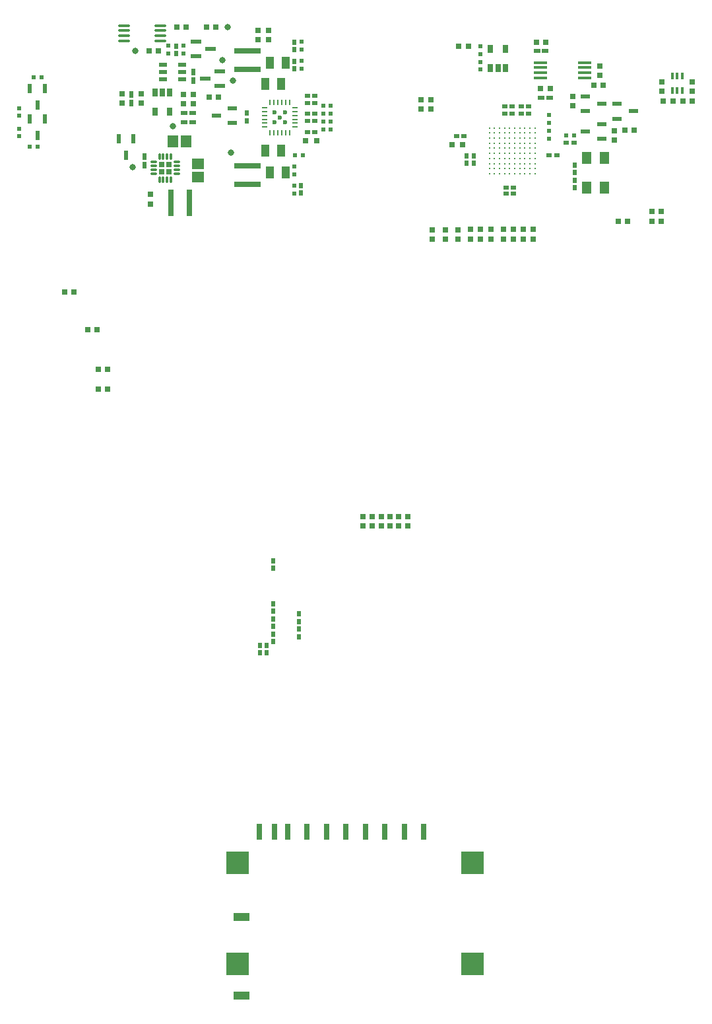
<source format=gbp>
%FSLAX43Y43*%
%MOMM*%
G71*
G01*
G75*
G04 Layer_Color=128*
%ADD10C,0.175*%
%ADD11R,0.600X0.900*%
%ADD12R,0.800X0.650*%
%ADD13R,0.900X0.600*%
%ADD14R,0.650X0.800*%
%ADD15R,0.500X0.650*%
%ADD16R,0.600X0.550*%
%ADD17R,1.050X0.600*%
%ADD18R,0.550X0.600*%
%ADD19R,0.700X0.700*%
%ADD20R,1.000X2.250*%
%ADD21R,1.200X1.200*%
%ADD22R,1.200X1.200*%
%ADD23R,0.400X1.350*%
%ADD24R,1.100X0.600*%
%ADD25R,1.100X1.000*%
%ADD26R,0.700X0.700*%
%ADD27R,0.650X0.500*%
%ADD28R,1.500X2.400*%
%ADD29R,2.200X1.500*%
%ADD30R,1.092X1.600*%
%ADD31R,1.600X1.092*%
%ADD32R,1.350X1.500*%
%ADD33R,1.500X1.350*%
%ADD34R,0.762X0.762*%
%ADD35R,0.500X0.600*%
%ADD36R,0.762X0.762*%
%ADD37R,0.950X1.000*%
%ADD38R,2.800X1.400*%
%ADD39R,1.600X1.300*%
%ADD40R,1.300X1.600*%
%ADD41R,0.950X1.750*%
%ADD42R,2.500X4.600*%
%ADD43R,2.200X0.600*%
%ADD44R,0.300X1.700*%
%ADD45O,0.300X1.700*%
%ADD46O,1.700X0.300*%
%ADD47R,0.850X0.300*%
%ADD48R,1.300X1.400*%
%ADD49R,0.230X0.500*%
%ADD50R,0.500X0.230*%
%ADD51R,3.400X3.400*%
%ADD52C,0.320*%
%ADD53R,0.600X1.100*%
%ADD54R,4.100X3.500*%
%ADD55R,0.350X0.675*%
%ADD56R,2.500X1.700*%
%ADD57R,1.400X1.600*%
%ADD58R,0.700X0.300*%
%ADD59O,0.200X0.700*%
%ADD60O,0.700X0.200*%
%ADD61R,2.800X2.800*%
%ADD62R,1.000X1.600*%
%ADD63R,3.000X2.500*%
%ADD64R,1.200X2.000*%
%ADD65R,0.610X4.600*%
%ADD66R,2.000X4.900*%
%ADD67R,0.810X4.600*%
%ADD68R,1.100X0.300*%
%ADD69R,3.100X2.300*%
%ADD70R,2.270X0.280*%
%ADD71R,0.430X2.540*%
%ADD72R,0.430X4.700*%
%ADD73R,3.200X1.270*%
%ADD74R,3.683X1.270*%
%ADD75R,0.740X2.790*%
%ADD76C,0.180*%
%ADD77C,0.200*%
%ADD78C,0.150*%
%ADD79C,0.300*%
%ADD80C,0.165*%
%ADD81C,0.185*%
%ADD82C,0.127*%
%ADD83R,1.800X1.900*%
%ADD84R,0.300X0.900*%
%ADD85C,3.600*%
%ADD86R,1.700X1.700*%
G04:AMPARAMS|DCode=87|XSize=1.05mm|YSize=1.25mm|CornerRadius=0.525mm|HoleSize=0mm|Usage=FLASHONLY|Rotation=180.000|XOffset=0mm|YOffset=0mm|HoleType=Round|Shape=RoundedRectangle|*
%AMROUNDEDRECTD87*
21,1,1.050,0.200,0,0,180.0*
21,1,0.000,1.250,0,0,180.0*
1,1,1.050,0.000,0.100*
1,1,1.050,0.000,0.100*
1,1,1.050,0.000,-0.100*
1,1,1.050,0.000,-0.100*
%
%ADD87ROUNDEDRECTD87*%
G04:AMPARAMS|DCode=88|XSize=2.1mm|YSize=1.9mm|CornerRadius=0.494mm|HoleSize=0mm|Usage=FLASHONLY|Rotation=180.000|XOffset=0mm|YOffset=0mm|HoleType=Round|Shape=RoundedRectangle|*
%AMROUNDEDRECTD88*
21,1,2.100,0.912,0,0,180.0*
21,1,1.112,1.900,0,0,180.0*
1,1,0.988,-0.556,0.456*
1,1,0.988,0.556,0.456*
1,1,0.988,0.556,-0.456*
1,1,0.988,-0.556,-0.456*
%
%ADD88ROUNDEDRECTD88*%
%ADD89C,1.700*%
%ADD90R,1.700X1.700*%
%ADD91C,1.500*%
%ADD92R,5.000X2.400*%
%ADD93R,5.000X2.200*%
%ADD94R,2.200X4.500*%
%ADD95C,1.020*%
%ADD96C,1.000*%
%ADD97C,0.550*%
%ADD98C,0.400*%
%ADD99C,0.700*%
%ADD100C,0.660*%
%ADD101C,1.016*%
%ADD102C,0.500*%
%ADD103C,1.600*%
G04:AMPARAMS|DCode=104|XSize=2.524mm|YSize=2.524mm|CornerRadius=0mm|HoleSize=0mm|Usage=FLASHONLY|Rotation=0.000|XOffset=0mm|YOffset=0mm|HoleType=Round|Shape=Relief|Width=0.254mm|Gap=0.254mm|Entries=4|*
%AMTHD104*
7,0,0,2.524,2.016,0.254,45*
%
%ADD104THD104*%
%ADD105O,1.250X1.450*%
%ADD106O,1.425X2.100*%
%ADD107C,1.900*%
%ADD108C,2.100*%
%ADD109C,3.600*%
%AMTHOVALD110*
21,1,1.800,2.724,0,0,0.0*
1,1,2.724,-0.900,0.000*
1,1,2.724,0.900,0.000*
21,0,1.800,2.216,0,0,0.0*
1,0,2.216,-0.900,0.000*
1,0,2.216,0.900,0.000*
4,0,4,-0.810,-0.090,-1.773,-1.053,-1.953,-0.873,-0.990,0.090,-0.810,-0.090,0.0*
4,0,4,0.990,-0.090,1.953,0.873,1.773,1.053,0.810,0.090,0.990,-0.090,0.0*
4,0,4,-0.990,-0.090,-1.953,0.873,-1.773,1.053,-0.810,0.090,-0.990,-0.090,0.0*
4,0,4,0.810,-0.090,1.773,-1.053,1.953,-0.873,0.990,0.090,0.810,-0.090,0.0*
%
%ADD110THOVALD110*%

%ADD111O,4.100X1.800*%
%AMTHOVALD112*
21,1,1.700,2.824,0,0,270.0*
1,1,2.824,0.000,0.850*
1,1,2.824,0.000,-0.850*
21,0,1.700,2.316,0,0,270.0*
1,0,2.316,0.000,0.850*
1,0,2.316,0.000,-0.850*
4,0,4,-0.090,0.760,-1.088,1.759,-0.909,1.938,0.090,0.940,-0.090,0.760,0.0*
4,0,4,-0.090,-0.940,0.909,-1.938,1.088,-1.759,0.090,-0.760,-0.090,-0.940,0.0*
4,0,4,-0.090,0.940,0.909,1.938,1.088,1.759,0.090,0.760,-0.090,0.940,0.0*
4,0,4,-0.090,-0.760,-1.088,-1.759,-0.909,-1.938,0.090,-0.940,-0.090,-0.760,0.0*
%
%ADD112THOVALD112*%

%ADD113C,1.620*%
%ADD114C,1.790*%
%ADD115C,0.850*%
%ADD116C,0.800*%
%ADD117C,0.930*%
%ADD118C,3.300*%
%ADD119O,3.600X1.800*%
%ADD120O,1.900X3.600*%
%ADD121C,0.950*%
%ADD122C,0.800*%
%ADD123C,1.270*%
%ADD124R,1.300X0.600*%
%ADD125R,3.700X0.980*%
%ADD126R,0.600X1.300*%
%ADD127R,0.650X1.050*%
%ADD128R,0.980X3.700*%
%ADD129R,1.400X0.600*%
%ADD130R,0.350X0.850*%
%ADD131R,1.700X0.350*%
%ADD132C,0.280*%
%ADD133O,0.280X0.850*%
%ADD134O,0.850X0.280*%
%ADD135R,2.700X2.700*%
%ADD136R,0.700X0.230*%
%ADD137R,0.230X0.700*%
%ADD138O,1.524X0.381*%
%ADD139R,2.000X1.100*%
%ADD140R,3.000X3.000*%
%ADD141R,0.800X2.000*%
%ADD142C,0.125*%
%ADD143R,0.312X0.829*%
%ADD144R,1.490X0.201*%
%ADD145R,1.507X0.242*%
%ADD146C,0.254*%
%ADD147C,0.250*%
%ADD148C,0.600*%
%ADD149C,1.000*%
%ADD150C,0.100*%
%ADD151C,0.112*%
%ADD152R,2.100X2.100*%
%ADD153R,2.100X2.100*%
%ADD154C,0.264*%
%ADD155R,1.750X1.750*%
%ADD156R,0.870X0.870*%
%ADD157R,1.125X1.550*%
%ADD158R,1.700X1.700*%
%ADD159R,0.000X0.000*%
%ADD160R,1.350X1.550*%
%ADD161R,1.300X1.400*%
%ADD162R,0.510X0.900*%
%ADD163R,0.850X1.950*%
%ADD164R,0.700X1.000*%
%ADD165R,0.900X0.750*%
%ADD166R,1.000X0.700*%
%ADD167R,0.750X0.900*%
%ADD168R,0.600X0.750*%
%ADD169R,0.700X0.650*%
%ADD170R,1.150X0.700*%
%ADD171R,0.650X0.700*%
%ADD172R,0.800X0.800*%
%ADD173R,1.100X2.350*%
%ADD174R,1.300X1.300*%
%ADD175R,1.300X1.300*%
%ADD176R,0.500X1.450*%
%ADD177R,1.200X0.700*%
%ADD178R,1.200X1.100*%
%ADD179R,0.800X0.800*%
%ADD180R,0.750X0.600*%
%ADD181R,1.600X2.500*%
%ADD182R,2.300X1.600*%
%ADD183R,1.192X1.700*%
%ADD184R,1.700X1.192*%
%ADD185R,1.450X1.600*%
%ADD186R,1.600X1.450*%
%ADD187R,0.862X0.862*%
%ADD188R,0.600X0.700*%
%ADD189R,0.862X0.862*%
%ADD190R,1.050X1.100*%
%ADD191R,2.900X1.500*%
%ADD192R,1.700X1.400*%
%ADD193R,1.400X1.700*%
%ADD194R,1.050X1.850*%
%ADD195R,2.600X4.700*%
%ADD196R,2.300X0.700*%
%ADD197R,0.400X1.800*%
%ADD198O,0.400X1.800*%
%ADD199O,1.800X0.400*%
%ADD200R,0.950X0.400*%
%ADD201R,1.400X1.500*%
%ADD202R,0.330X0.600*%
%ADD203R,0.600X0.330*%
%ADD204R,3.500X3.500*%
%ADD205C,0.470*%
%ADD206R,0.700X1.200*%
%ADD207R,4.200X3.600*%
%ADD208R,0.450X0.775*%
%ADD209R,2.600X1.800*%
%ADD210R,1.550X1.750*%
%ADD211R,0.850X0.450*%
%ADD212O,0.300X0.800*%
%ADD213O,0.800X0.300*%
%ADD214R,2.900X2.900*%
%ADD215R,1.100X1.700*%
%ADD216R,3.100X2.600*%
%ADD217R,1.300X2.100*%
%ADD218R,0.710X4.700*%
%ADD219R,2.100X5.000*%
%ADD220R,0.910X4.700*%
%ADD221R,1.200X0.400*%
%ADD222R,3.200X2.400*%
%ADD223R,2.370X0.380*%
%ADD224R,0.530X2.640*%
%ADD225R,0.530X4.800*%
%ADD226R,3.300X1.370*%
%ADD227R,3.783X1.370*%
%ADD228R,0.840X2.890*%
%ADD229R,1.900X2.000*%
%ADD230C,3.700*%
%ADD231R,1.800X1.800*%
G04:AMPARAMS|DCode=232|XSize=1.15mm|YSize=1.35mm|CornerRadius=0.575mm|HoleSize=0mm|Usage=FLASHONLY|Rotation=180.000|XOffset=0mm|YOffset=0mm|HoleType=Round|Shape=RoundedRectangle|*
%AMROUNDEDRECTD232*
21,1,1.150,0.200,0,0,180.0*
21,1,0.000,1.350,0,0,180.0*
1,1,1.150,0.000,0.100*
1,1,1.150,0.000,0.100*
1,1,1.150,0.000,-0.100*
1,1,1.150,0.000,-0.100*
%
%ADD232ROUNDEDRECTD232*%
G04:AMPARAMS|DCode=233|XSize=2.2mm|YSize=2mm|CornerRadius=0.544mm|HoleSize=0mm|Usage=FLASHONLY|Rotation=180.000|XOffset=0mm|YOffset=0mm|HoleType=Round|Shape=RoundedRectangle|*
%AMROUNDEDRECTD233*
21,1,2.200,0.912,0,0,180.0*
21,1,1.112,2.000,0,0,180.0*
1,1,1.088,-0.556,0.456*
1,1,1.088,0.556,0.456*
1,1,1.088,0.556,-0.456*
1,1,1.088,-0.556,-0.456*
%
%ADD233ROUNDEDRECTD233*%
%ADD234C,1.800*%
%ADD235C,0.100*%
%ADD236R,1.800X1.800*%
%ADD237R,0.100X0.100*%
%ADD238R,5.100X2.500*%
%ADD239R,5.100X2.300*%
%ADD240R,2.300X4.600*%
%ADD241C,1.120*%
%ADD242C,1.100*%
%ADD243C,0.650*%
%ADD244C,0.900*%
%ADD245C,1.370*%
%ADD246R,1.400X0.700*%
%ADD247R,3.800X1.080*%
%ADD248R,0.700X1.400*%
%ADD249R,0.750X1.150*%
%ADD250R,1.080X3.800*%
%ADD251R,1.500X0.700*%
%ADD252R,0.450X0.950*%
%ADD253R,1.800X0.450*%
%ADD254C,0.380*%
%ADD255O,0.380X0.950*%
%ADD256O,0.950X0.380*%
%ADD257R,0.800X0.330*%
%ADD258R,0.330X0.800*%
%ADD259O,1.624X0.481*%
%ADD260R,2.400X1.500*%
%ADD261R,3.400X3.400*%
%ADD262R,1.200X2.400*%
%ADD263C,0.600*%
%ADD264R,0.700X0.700*%
%ADD265R,3.450X0.730*%
%ADD266R,0.730X3.450*%
D11*
X-65857Y-8459D02*
D03*
Y-7359D02*
D03*
X-72125Y-19325D02*
D03*
Y-18225D02*
D03*
X-73755Y-10219D02*
D03*
Y-11319D02*
D03*
D12*
X-1800Y-11100D02*
D03*
X-3000D02*
D03*
X-4300D02*
D03*
X-5500D02*
D03*
X-10475Y-14850D02*
D03*
X-9275D02*
D03*
X-11325Y-26500D02*
D03*
X-10125D02*
D03*
X-7000D02*
D03*
X-5800D02*
D03*
X-7000Y-25200D02*
D03*
X-5800D02*
D03*
X-13200Y-9075D02*
D03*
X-14400D02*
D03*
X-20600Y-3525D02*
D03*
X-21800D02*
D03*
X-20050Y-9500D02*
D03*
X-21250D02*
D03*
X-62600Y-10625D02*
D03*
X-63800D02*
D03*
X-64118Y-1650D02*
D03*
X-62918D02*
D03*
X-67977D02*
D03*
X-66777D02*
D03*
X-67056Y-11430D02*
D03*
X-65856D02*
D03*
X-70300Y-4675D02*
D03*
X-71500D02*
D03*
X-76850Y-48034D02*
D03*
X-78050D02*
D03*
X-76850Y-45494D02*
D03*
X-78050D02*
D03*
X-81159Y-35560D02*
D03*
X-82359D02*
D03*
X-78177Y-40421D02*
D03*
X-79377D02*
D03*
X-65856Y-10216D02*
D03*
X-67056D02*
D03*
X-31750Y-4075D02*
D03*
X-30550D02*
D03*
D13*
X-65906Y-13834D02*
D03*
X-67006D02*
D03*
X-67006Y-12637D02*
D03*
X-65906D02*
D03*
X-20100Y-10675D02*
D03*
X-21200D02*
D03*
X-20650Y-4650D02*
D03*
X-21750D02*
D03*
D14*
X-72526Y-11360D02*
D03*
Y-10160D02*
D03*
X-30281Y-27562D02*
D03*
Y-28762D02*
D03*
X-56132Y-2030D02*
D03*
Y-3230D02*
D03*
X-5700Y-8600D02*
D03*
Y-9800D02*
D03*
X-1800Y-9800D02*
D03*
Y-8600D02*
D03*
X-57507Y-3230D02*
D03*
Y-2030D02*
D03*
X-11800Y-16100D02*
D03*
Y-14900D02*
D03*
X-13675Y-7775D02*
D03*
Y-6575D02*
D03*
X-17100Y-11700D02*
D03*
Y-10500D02*
D03*
X-31881Y-27569D02*
D03*
Y-28769D02*
D03*
X-26016Y-27562D02*
D03*
Y-28762D02*
D03*
X-24741Y-27562D02*
D03*
Y-28762D02*
D03*
X-23466Y-27562D02*
D03*
Y-28762D02*
D03*
X-22191Y-27562D02*
D03*
Y-28762D02*
D03*
X-33481Y-28769D02*
D03*
Y-27569D02*
D03*
X-36600Y-10950D02*
D03*
Y-12150D02*
D03*
X-35325Y-12150D02*
D03*
Y-10950D02*
D03*
X-71300Y-23075D02*
D03*
Y-24275D02*
D03*
X-38328Y-65549D02*
D03*
Y-64349D02*
D03*
X-42878Y-65549D02*
D03*
Y-64349D02*
D03*
X-41728Y-64349D02*
D03*
Y-65549D02*
D03*
X-39478Y-65549D02*
D03*
Y-64349D02*
D03*
X-44028Y-64349D02*
D03*
Y-65549D02*
D03*
X-40600Y-65550D02*
D03*
Y-64350D02*
D03*
X-35131Y-28769D02*
D03*
Y-27569D02*
D03*
X-28956Y-28762D02*
D03*
Y-27562D02*
D03*
X-27631Y-28762D02*
D03*
Y-27562D02*
D03*
X-74983Y-10169D02*
D03*
Y-11369D02*
D03*
D15*
X-52297Y-78775D02*
D03*
Y-79725D02*
D03*
Y-76825D02*
D03*
Y-77775D02*
D03*
X-55547Y-79425D02*
D03*
Y-80375D02*
D03*
Y-75525D02*
D03*
Y-76475D02*
D03*
X-16900Y-19325D02*
D03*
Y-20275D02*
D03*
Y-22175D02*
D03*
Y-21225D02*
D03*
X-29875Y-18125D02*
D03*
Y-19075D02*
D03*
X-30750Y-18125D02*
D03*
Y-19075D02*
D03*
X-58982Y-12655D02*
D03*
Y-13605D02*
D03*
X-52007Y-22880D02*
D03*
Y-21930D02*
D03*
X-52832Y-3530D02*
D03*
Y-4480D02*
D03*
X-52832Y-5980D02*
D03*
Y-6930D02*
D03*
X-57272Y-80825D02*
D03*
Y-81775D02*
D03*
X-56422Y-80825D02*
D03*
Y-81775D02*
D03*
X-55547Y-77475D02*
D03*
Y-78425D02*
D03*
Y-70975D02*
D03*
Y-70025D02*
D03*
X-67986Y-4996D02*
D03*
Y-4046D02*
D03*
D16*
X-17975Y-15525D02*
D03*
X-16975D02*
D03*
X-85825Y-16950D02*
D03*
X-86825D02*
D03*
X-85325Y-8025D02*
D03*
X-86325D02*
D03*
X-51757Y-18080D02*
D03*
X-52757D02*
D03*
D18*
X-49107Y-14711D02*
D03*
Y-13711D02*
D03*
X-48207D02*
D03*
Y-14711D02*
D03*
X-49107Y-11693D02*
D03*
Y-12693D02*
D03*
X-48207D02*
D03*
Y-11693D02*
D03*
X-28950Y-5075D02*
D03*
Y-4075D02*
D03*
X-28950Y-7075D02*
D03*
Y-6075D02*
D03*
X-20175Y-14900D02*
D03*
Y-15900D02*
D03*
Y-13900D02*
D03*
Y-12900D02*
D03*
X-69004Y-5020D02*
D03*
Y-4020D02*
D03*
X-67050Y-4021D02*
D03*
Y-5021D02*
D03*
X-52832Y-22930D02*
D03*
Y-21930D02*
D03*
X-52832Y-20505D02*
D03*
Y-19505D02*
D03*
X-51957Y-3505D02*
D03*
Y-4505D02*
D03*
X-51957Y-6955D02*
D03*
Y-5955D02*
D03*
X-88175Y-15625D02*
D03*
Y-14625D02*
D03*
Y-13000D02*
D03*
Y-12000D02*
D03*
D24*
X-67299Y-6437D02*
D03*
Y-7387D02*
D03*
Y-8337D02*
D03*
X-69699D02*
D03*
Y-7387D02*
D03*
Y-6437D02*
D03*
D26*
X-68975Y-20125D02*
D03*
X-69875Y-19225D02*
D03*
X-32650Y-16700D02*
D03*
X-31250D02*
D03*
D27*
X-25725Y-22950D02*
D03*
X-24775D02*
D03*
X-25725Y-22200D02*
D03*
X-24775D02*
D03*
X-23750Y-12700D02*
D03*
X-22800D02*
D03*
X-23750Y-11800D02*
D03*
X-22800D02*
D03*
X-24900Y-12700D02*
D03*
X-25850D02*
D03*
X-24900Y-11800D02*
D03*
X-25850D02*
D03*
X-17950Y-16425D02*
D03*
X-17000D02*
D03*
X-31075Y-15600D02*
D03*
X-32025D02*
D03*
X-20150Y-18000D02*
D03*
X-19200D02*
D03*
X-51182Y-10405D02*
D03*
X-50232D02*
D03*
X-51182Y-11324D02*
D03*
X-50232D02*
D03*
X-51182Y-15080D02*
D03*
X-50232D02*
D03*
X-51182Y-12743D02*
D03*
X-50232D02*
D03*
X-51182Y-13661D02*
D03*
X-50232D02*
D03*
D30*
X-54575Y-8905D02*
D03*
X-56607D02*
D03*
X-54000Y-20205D02*
D03*
X-56032D02*
D03*
X-54000Y-6155D02*
D03*
X-56032D02*
D03*
X-54550Y-17405D02*
D03*
X-56582D02*
D03*
D32*
X-68425Y-16300D02*
D03*
X-66775D02*
D03*
D33*
X-65200Y-20825D02*
D03*
Y-19175D02*
D03*
D36*
X-50008Y-16205D02*
D03*
X-51405D02*
D03*
D40*
X-15400Y-22150D02*
D03*
Y-18350D02*
D03*
X-13100D02*
D03*
Y-22150D02*
D03*
D122*
X-62098Y-5881D02*
D03*
X-73625Y-19525D02*
D03*
X-60982Y-17730D02*
D03*
X-60707Y-8480D02*
D03*
X-73300Y-4675D02*
D03*
X-68411Y-14313D02*
D03*
X-61425Y-1650D02*
D03*
D124*
X-15550Y-15000D02*
D03*
X-13450Y-15950D02*
D03*
Y-14050D02*
D03*
Y-11450D02*
D03*
X-15550Y-10500D02*
D03*
Y-12400D02*
D03*
X-9350Y-12400D02*
D03*
X-11450Y-11450D02*
D03*
Y-13350D02*
D03*
X-62898Y-12981D02*
D03*
X-60798Y-12031D02*
D03*
Y-13931D02*
D03*
D126*
X-75400Y-15925D02*
D03*
X-73500D02*
D03*
X-74450Y-18025D02*
D03*
X-86775Y-9500D02*
D03*
X-84875D02*
D03*
X-85825Y-11600D02*
D03*
X-86775Y-13375D02*
D03*
X-84875D02*
D03*
X-85825Y-15475D02*
D03*
D127*
X-25772Y-4425D02*
D03*
X-27678D02*
D03*
Y-6875D02*
D03*
X-26725D02*
D03*
X-25772D02*
D03*
X-70771Y-12463D02*
D03*
X-68865D02*
D03*
X-70771Y-10013D02*
D03*
X-69818D02*
D03*
X-68865D02*
D03*
D129*
X-63623Y-4406D02*
D03*
X-65523Y-5356D02*
D03*
Y-3456D02*
D03*
X-64298Y-8218D02*
D03*
X-62398Y-9168D02*
D03*
Y-7268D02*
D03*
D130*
X-4375Y-9725D02*
D03*
X-3725D02*
D03*
X-3075D02*
D03*
Y-7875D02*
D03*
X-3725D02*
D03*
X-4375D02*
D03*
D131*
X-15625Y-6150D02*
D03*
Y-6800D02*
D03*
Y-7450D02*
D03*
Y-8100D02*
D03*
X-21325Y-6150D02*
D03*
Y-6800D02*
D03*
Y-7450D02*
D03*
Y-8100D02*
D03*
D132*
X-21975Y-20400D02*
D03*
Y-19750D02*
D03*
Y-19100D02*
D03*
Y-18450D02*
D03*
Y-17150D02*
D03*
Y-16500D02*
D03*
Y-15850D02*
D03*
Y-17800D02*
D03*
X-22625D02*
D03*
X-23275D02*
D03*
X-23925D02*
D03*
X-24575D02*
D03*
X-25225D02*
D03*
X-25875D02*
D03*
X-26525D02*
D03*
X-27175D02*
D03*
X-27825D02*
D03*
X-22625Y-20400D02*
D03*
X-23275D02*
D03*
X-23925D02*
D03*
X-24575D02*
D03*
X-25225D02*
D03*
X-25875D02*
D03*
X-26525D02*
D03*
X-27175D02*
D03*
X-27825D02*
D03*
X-22625Y-19750D02*
D03*
X-23275D02*
D03*
X-23925D02*
D03*
X-24575D02*
D03*
X-25225D02*
D03*
X-25875D02*
D03*
X-26525D02*
D03*
X-27175D02*
D03*
X-27825D02*
D03*
X-22625Y-19100D02*
D03*
X-23275D02*
D03*
X-23925D02*
D03*
X-24575D02*
D03*
X-25225D02*
D03*
X-25875D02*
D03*
X-26525D02*
D03*
X-27175D02*
D03*
X-27825D02*
D03*
X-22625Y-18450D02*
D03*
X-23275D02*
D03*
X-23925D02*
D03*
X-24575D02*
D03*
X-25225D02*
D03*
X-25875D02*
D03*
X-26525D02*
D03*
X-27175D02*
D03*
X-27825D02*
D03*
X-22625Y-17150D02*
D03*
X-23275D02*
D03*
X-23925D02*
D03*
X-24575D02*
D03*
X-25225D02*
D03*
X-25875D02*
D03*
X-26525D02*
D03*
X-27175D02*
D03*
X-27825D02*
D03*
X-22625Y-16500D02*
D03*
X-23275D02*
D03*
X-23925D02*
D03*
X-24575D02*
D03*
X-25225D02*
D03*
X-25875D02*
D03*
X-26525D02*
D03*
X-27175D02*
D03*
X-27825D02*
D03*
X-22625Y-15850D02*
D03*
X-23275D02*
D03*
X-23925D02*
D03*
X-24575D02*
D03*
X-25225D02*
D03*
X-25875D02*
D03*
X-26525D02*
D03*
X-27175D02*
D03*
X-27825D02*
D03*
X-21975Y-15200D02*
D03*
X-22625D02*
D03*
X-23275D02*
D03*
X-23925D02*
D03*
X-24575D02*
D03*
X-25225D02*
D03*
X-25875D02*
D03*
X-26525D02*
D03*
X-27175D02*
D03*
X-27825D02*
D03*
X-21975Y-14550D02*
D03*
X-22625D02*
D03*
X-23275D02*
D03*
X-23925D02*
D03*
X-24575D02*
D03*
X-25225D02*
D03*
X-25875D02*
D03*
X-26525D02*
D03*
X-27175D02*
D03*
X-27825D02*
D03*
D133*
X-68675Y-21150D02*
D03*
X-69175D02*
D03*
X-69675D02*
D03*
X-70175D02*
D03*
Y-18200D02*
D03*
X-69675D02*
D03*
X-69175D02*
D03*
X-68675D02*
D03*
D134*
X-70900Y-20425D02*
D03*
Y-19925D02*
D03*
Y-19425D02*
D03*
Y-18925D02*
D03*
X-67950D02*
D03*
Y-19425D02*
D03*
Y-19925D02*
D03*
Y-20425D02*
D03*
D136*
X-52782Y-14430D02*
D03*
Y-13930D02*
D03*
Y-13430D02*
D03*
Y-12930D02*
D03*
Y-12430D02*
D03*
Y-11930D02*
D03*
X-56682D02*
D03*
Y-12430D02*
D03*
Y-12930D02*
D03*
Y-13430D02*
D03*
Y-13930D02*
D03*
Y-14430D02*
D03*
D137*
X-53482Y-11230D02*
D03*
X-53982D02*
D03*
X-54482D02*
D03*
X-54982D02*
D03*
X-55482D02*
D03*
X-55982D02*
D03*
Y-15130D02*
D03*
X-55482D02*
D03*
X-54982D02*
D03*
X-54482D02*
D03*
X-53982D02*
D03*
X-53482D02*
D03*
D138*
X-74687Y-3375D02*
D03*
Y-2725D02*
D03*
Y-2075D02*
D03*
Y-1425D02*
D03*
X-70063Y-1425D02*
D03*
Y-2075D02*
D03*
Y-2725D02*
D03*
Y-3375D02*
D03*
D139*
X-59627Y-125700D02*
D03*
Y-115650D02*
D03*
D140*
X-60127Y-121700D02*
D03*
Y-108700D02*
D03*
X-29978D02*
D03*
Y-121700D02*
D03*
D141*
X-57377Y-104700D02*
D03*
X-36248D02*
D03*
X-55377D02*
D03*
X-53678D02*
D03*
X-51248D02*
D03*
X-48748D02*
D03*
X-46248D02*
D03*
X-43748D02*
D03*
X-41248D02*
D03*
X-38748D02*
D03*
D263*
X-54732Y-13180D02*
D03*
X-54082Y-12530D02*
D03*
Y-13830D02*
D03*
X-55382Y-12530D02*
D03*
Y-13830D02*
D03*
D264*
X-68975Y-19225D02*
D03*
X-69875Y-20125D02*
D03*
D265*
X-58857Y-19370D02*
D03*
Y-21740D02*
D03*
Y-7015D02*
D03*
Y-4645D02*
D03*
D266*
X-68685Y-24125D02*
D03*
X-66315D02*
D03*
M02*

</source>
